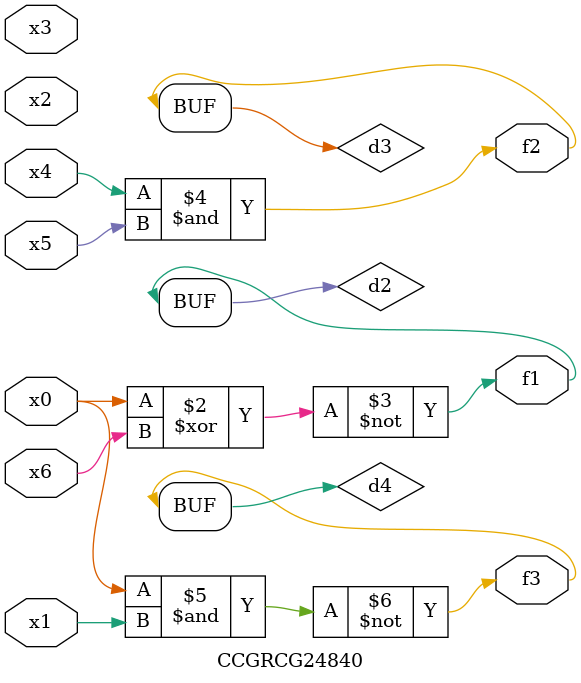
<source format=v>
module CCGRCG24840(
	input x0, x1, x2, x3, x4, x5, x6,
	output f1, f2, f3
);

	wire d1, d2, d3, d4;

	nor (d1, x0);
	xnor (d2, x0, x6);
	and (d3, x4, x5);
	nand (d4, x0, x1);
	assign f1 = d2;
	assign f2 = d3;
	assign f3 = d4;
endmodule

</source>
